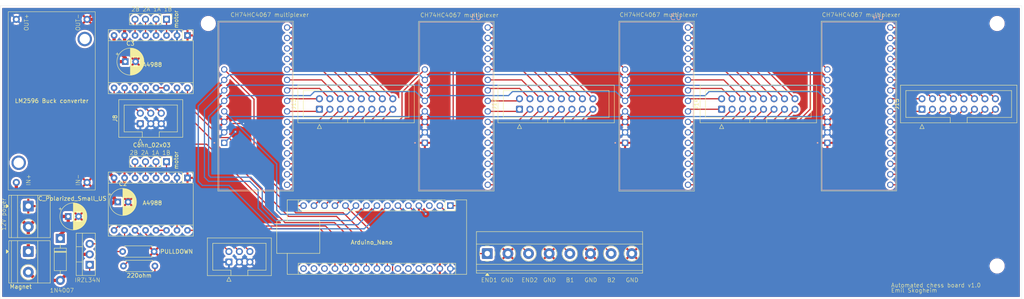
<source format=kicad_pcb>
(kicad_pcb (version 20241229) (generator "pcbnew") (generator_version "9.0")
  (layers (0 "F.Cu" signal) (2 "B.Cu" signal) (13 "F.Paste" user) (15 "B.Paste" user) (5 "F.SilkS" user "F.Silkscreen") (7 "B.SilkS" user "B.Silkscreen") (1 "F.Mask" user) (3 "B.Mask" user) (25 "Edge.Cuts" user))
  (net 0 "")
  (net 1 "GND")
  (net 3 "S1")
  (net 4 "S2")
  (net 6 "EN2")
  (net 7 "COM3")
  (net 8 "BUTTON2")
  (net 10 "ENDSTOP2")
  (net 11 "BUTTON1")
  (net 12 "EN1")
  (net 13 "STEP1")
  (net 14 "S0")
  (net 15 "COM2")
  (net 16 "COM1")
  (net 17 "STEP2")
  (net 19 "COM4")
  (net 22 "mag")
  (net 23 "DIR1")
  (net 24 "+5V")
  (net 25 "S3")
  (net 27 "DIR2")
  (net 28 "ENDSTOP1")
  (net 29 "Net-(A2-MS1)")
  (net 30 "Net-(A2-MS2)")
  (net 31 "Net-(A2-2B)")
  (net 32 "Net-(A2-1A)")
  (net 33 "Net-(A2-MS3)")
  (net 34 "Net-(A2-~{RESET})")
  (net 35 "+12V")
  (net 36 "Net-(A2-2A)")
  (net 37 "Net-(A2-1B)")
  (net 38 "Net-(A3-1B)")
  (net 39 "Net-(A3-~{RESET})")
  (net 40 "Net-(A3-MS1)")
  (net 41 "Net-(A3-2B)")
  (net 42 "Net-(A3-MS2)")
  (net 43 "Net-(A3-2A)")
  (net 44 "Net-(A3-1A)")
  (net 45 "Net-(A3-MS3)")
  (net 46 "Net-(J12-6)")
  (net 47 "Net-(J13-Pin_11)")
  (net 48 "Net-(J13-Pin_1)")
  (net 49 "Net-(J13-Pin_16)")
  (net 50 "Net-(J13-Pin_7)")
  (net 51 "Net-(J13-Pin_12)")
  (net 52 "Net-(J13-Pin_5)")
  (net 53 "Net-(J13-Pin_14)")
  (net 54 "Net-(J13-Pin_13)")
  (net 55 "Net-(J13-Pin_2)")
  (net 56 "Net-(J13-Pin_6)")
  (net 57 "Net-(J13-Pin_9)")
  (net 58 "Net-(J13-Pin_15)")
  (net 59 "Net-(J13-Pin_3)")
  (net 60 "Net-(J13-6)")
  (net 61 "Net-(J13-Pin_8)")
  (net 62 "Net-(J13-Pin_4)")
  (net 63 "Net-(J14-Pin_4)")
  (net 64 "Net-(J14-Pin_7)")
  (net 65 "Net-(J14-6)")
  (net 66 "Net-(J14-Pin_16)")
  (net 67 "Net-(J14-Pin_3)")
  (net 68 "Net-(J14-Pin_6)")
  (net 69 "Net-(J14-Pin_2)")
  (net 70 "Net-(J14-Pin_13)")
  (net 71 "Net-(J14-Pin_14)")
  (net 72 "Net-(J14-Pin_1)")
  (net 73 "Net-(J14-Pin_9)")
  (net 74 "Net-(J14-Pin_11)")
  (net 75 "Net-(J14-Pin_5)")
  (net 76 "Net-(J14-Pin_15)")
  (net 77 "Net-(J14-Pin_12)")
  (net 78 "Net-(J14-Pin_8)")
  (net 79 "Net-(J15-Pin_4)")
  (net 80 "Net-(J15-Pin_14)")
  (net 81 "Net-(J15-Pin_3)")
  (net 82 "Net-(J15-Pin_6)")
  (net 83 "Net-(J15-Pin_9)")
  (net 84 "Net-(J15-Pin_5)")
  (net 85 "Net-(J15-Pin_7)")
  (net 86 "Net-(J15-Pin_8)")
  (net 87 "Net-(J15-Pin_1)")
  (net 88 "Net-(J15-6)")
  (net 89 "Net-(J15-Pin_16)")
  (net 90 "Net-(J15-Pin_2)")
  (net 91 "Net-(Q1-G)")
  (net 92 "Net-(Q1-S)")
  (net 93 "Net-(J15-Pin_13)")
  (net 94 "Net-(J15-Pin_11)")
  (net 95 "Net-(J15-Pin_12)")
  (net 96 "Net-(J12-Pin_6)")
  (net 97 "Net-(J12-Pin_16)")
  (net 98 "Net-(J12-Pin_12)")
  (net 99 "Net-(J12-Pin_2)")
  (net 100 "Net-(J12-Pin_14)")
  (net 101 "Net-(J12-Pin_15)")
  (net 102 "Net-(J12-Pin_8)")
  (net 103 "Net-(J15-Pin_15)")
  (net 104 "Net-(J12-Pin_4)")
  (net 105 "Net-(J12-Pin_1)")
  (net 106 "Net-(J12-Pin_13)")
  (net 107 "Net-(J12-Pin_3)")
  (net 108 "Net-(J12-Pin_11)")
  (net 109 "Net-(J12-Pin_5)")
  (net 110 "Net-(J12-Pin_7)")
  (net 111 "Net-(J12-Pin_9)")
  (net 113 "Net-(D1-A)")
  (footprint "Capacitor_THT:CP_Radial_D6.3mm_P2.50mm" (layer "F.Cu") (at 59.5 100.5)
    (property "Reference" "C2")
    (property "Value" "C_Polarized_Small_US")
  )
  (footprint "Package_TO_SOT_THT:TO-220-3_Vertical" (layer "F.Cu") (at 52.695 115.72 90)
    (property "Reference" "Q1" (hide yes))
    (property "Value" "IRLZ34N")
  )
  (footprint "MountingHole:MountingHole_3.2mm_M3" (layer "F.Cu") (at 272.5 57.27)
    (property "Reference" "H3")
    (property "Value" "MountingHole")
  )
  (footprint "Resistor_THT:R_Axial_DIN0207_L6.3mm_D2.5mm_P7.62mm_Horizontal" (layer "F.Cu") (at 60.88 116)
    (property "Reference" "R1" (hide yes))
    (property "Value" "220" (hide yes))
  )
  (footprint "TerminalBlock_Phoenix:TerminalBlock_Phoenix_MKDS-1,5-8_1x08_P5.00mm_Horizontal" (layer "F.Cu") (at 149 113)
    (property "Reference" "J11" (hide yes))
    (property "Value" "Screw_01x08")
  )
  (footprint "Diode_THT:D_DO-41_SOD81_P10.16mm_Horizontal" (layer "F.Cu") (at 45.58 109.33 -90)
    (property "Reference" "D1" (hide yes))
    (property "Value" "1N4007" (hide yes))
  )
  (footprint "Capacitor_THT:CP_Radial_D6.3mm_P2.50mm" (layer "F.Cu") (at 47.5 104)
    (property "Reference" "C1" (hide yes))
    (property "Value" "C_Polarized_Small_US")
  )
  (footprint "Connector_IDC:IDC-Header_2x08_P2.54mm_Vertical" (layer "F.Cu") (at 156.8 78.04 90)
    (property "Reference" "J12")
    (property "Value" "Conn_02x08" (hide yes))
  )
  (footprint "MountingHole:MountingHole_3.2mm_M3" (layer "F.Cu") (at 81.43 57.27)
    (property "Reference" "H2")
    (property "Value" "MountingHole")
  )
  (footprint "Module:Pololu_Breakout-16_15.2x20.3mm" (layer "F.Cu") (at 76.39 60.16 -90)
    (property "Reference" "A3" (hide yes))
    (property "Value" "A4988")
  )
  (footprint "MountingHole:MountingHole_3.2mm_M3" (layer "F.Cu") (at 272.5 116)
    (property "Reference" "H1")
    (property "Value" "MountingHole")
  )
  (footprint "Module:Pololu_Breakout-16_15.2x20.3mm" (layer "F.Cu") (at 76.39 94.66 -90)
    (property "Reference" "A4988 ")
    (property "Value" "A4988")
  )
  (footprint "TerminalBlock_Phoenix:TerminalBlock_Phoenix_MKDS-1,5-2_1x02_P5.00mm_Horizontal" (layer "F.Cu") (at 37.8275 112.5 -90)
    (property "Reference" "J1" (hide yes))
    (property "Value" "screw_terminal_electromagnet" (hide yes))
  )
  (footprint "Library_custom_modules:LM2596" (layer "F.Cu") (at 32.96 97.604 90)
    (property "Reference" "BUCK1" (hide yes))
    (property "Value" "~")
  )
  (footprint "Capacitor_THT:CP_Radial_D6.3mm_P2.50mm" (layer "F.Cu") (at 61.317621 66.5)
    (property "Reference" "C3")
    (property "Value" "C_Polarized_Small_US")
  )
  (footprint "Connector_PinHeader_2.54mm:PinHeader_1x04_P2.54mm_Vertical" (layer "F.Cu") (at 71.3 56.25 -90)
    (property "Reference" "motor")
    (property "Value" "Conn_01x04")
  )
  (footprint "Resistor_THT:R_Axial_DIN0207_L6.3mm_D2.5mm_P7.62mm_Horizontal" (layer "F.Cu") (at 68.31 112.5 180)
    (property "Reference" "PULLDOWN")
    (property "Value" "10K" (hide yes))
  )
  (footprint "Connector_IDC:IDC-Header_2x03_P2.54mm_Vertical" (layer "F.Cu") (at 64.955 81.54 90)
    (property "Reference" "J8")
    (property "Value" "Conn_02x03")
  )
  (footprint "Connector_IDC:IDC-Header_2x08_P2.54mm_Vertical" (layer "F.Cu") (at 254.3 78.04 90)
    (property "Reference" "J15")
    (property "Value" "Conn_02x08")
  )
  (footprint "Connector_IDC:IDC-Header_2x08_P2.54mm_Vertical" (layer "F.Cu") (at 108.34 78.04 90)
    (property "Reference" "J13")
    (property "Value" "Conn_02x08" (hide yes))
  )
  (footprint "Connector_PinHeader_2.54mm:PinHeader_1x04_P2.54mm_Vertical" (layer "F.Cu") (at 71.3 90.75 -90)
    (property "Reference" "motor")
    (property "Value" "Conn01x04")
  )
  (footprint "Module:Arduino_Nano" (layer "F.Cu") (at 140.05 101.39 -90)
    (property "Reference" "A1" (hide yes))
    (property "Value" "Arduino_Nano")
  )
  (footprint "Connector_IDC:IDC-Header_2x08_P2.54mm_Vertical" (layer "F.Cu") (at 205.76 78.04 90)
    (property "Reference" "J14")
    (property "Value" "Conn_02x08")
  )
  (footprint "TerminalBlock_Phoenix:TerminalBlock_Phoenix_MKDS-1,5-2_1x02_P5.00mm_Horizontal" (layer "F.Cu") (at 37.8275 101.5 -90)
    (property "Reference" "J2")
    (property "Value" "screw_terminal_12volt_in" (hide yes))
  )
  (footprint "Connector_IDC:IDC-Header_2x03_P2.54mm_Vertical" (layer "F.Cu") (at 86.42 115.04 90)
    (property "Reference" "J7" (hide yes))
    (property "Value" "Conn_02x03")
  )
  (footprint "Library_custom_modules:multiplexer_module" (layer "B.Cu") (at 141.5 77.2875 180)
    (property "Reference" "U1")
    (property "Value" "CD74HC4067M")
  )
  (footprint "Library_custom_modules:multiplexer_module" (layer "B.Cu") (at 190 77.2875 180)
    (property "Reference" "U3")
    (property "Value" "CD74HC4067M")
  )
  (footprint "Library_custom_modules:multiplexer_module" (layer "B.Cu") (at 239 77.2875 180)
    (property "Reference" "U4")
    (property "Value" "CD74HC4067M")
  )
  (footprint "Library_custom_modules:multiplexer_module" (layer "B.Cu") (at 92.89875 77.2875 180)
    (property "Reference" "multiplexer" (hide yes))
    (property "Value" "CD74HC4067M" (hide yes))
  )
  (gr_rect (start 229.88 56.71) (end 248.15 97.84) (stroke (width 0.1)) (fill no) (layer "F.SilkS"))
  (gr_rect (start 180.88 56.71) (end 199.18 97.88) (stroke (width 0.1)) (fill no) (layer "F.SilkS"))
  (gr_rect (start 83.75 56.7) (end 102.05 97.86) (stroke (width 0.1)) (fill no) (layer "F.SilkS"))
  (gr_rect (start 132.35 56.76) (end 150.66 97.86) (stroke (width 0.1)) (fill no) (layer "F.SilkS"))
  (gr_rect (start 31 53) (end 278.5 124) (stroke (width 0.05)) (fill no) (layer "Edge.Cuts"))
  (gr_text "END1" (at 147.44 120 0) (layer "F.SilkS") (effects (font (size 1 1) (thickness 0.1)) (justify left bottom)))
  (gr_text "GND\n" (at 162.5 120 0) (layer "F.SilkS") (effects (font (size 1 1) (thickness 0.1)) (justify left bottom)))
  (gr_text "CH74HC4067 multiplexer " (at 132.71 55.83 0) (layer "F.SilkS") (effects (font (size 1 1) (thickness 0.1)) (justify left bottom)))
  (gr_text "IRZL34N\n" (at 49 120 0) (layer "F.SilkS") (effects (font (size 1 1) (thickness 0.1)) (justify left bottom)))
  (gr_text "CH74HC4067 multiplexer " (at 86.75 55.75 0) (layer "F.SilkS") (effects (font (size 1 1) (thickness 0.1)) (justify left bottom)))
  (gr_text "GND\n" (at 182.5 120 0) (layer "F.SilkS") (effects (font (size 1 1) (thickness 0.1)) (justify left bottom)))
  (gr_text "GND\n" (at 152.25 120 0) (layer "F.SilkS") (effects (font (size 1 1) (thickness 0.1)) (justify left bottom)))
  (gr_text "GND\n" (at 172.5 120 0) (layer "F.SilkS") (effects (font (size 1 1) (thickness 0.1)) (justify left bottom)))
  (gr_text "2B 2A 1A 1B\n\n" (at 62.35 90.75 0) (layer "F.SilkS") (effects (font (size 1 1) (thickness 0.1)) (justify left bottom)))
  (gr_text "CH74HC4067 multiplexer " (at 181 55.75 0) (layer "F.SilkS") (effects (font (size 1 1) (thickness 0.1)) (justify left bottom)))
  (gr_text "12V power\n" (at 32.46 107.49 90) (layer "F.SilkS") (effects (font (size 1 1) (thickness 0.1)) (justify left bottom)))
  (gr_text "Automated chess board v1.0\n" (at 246.75 121.25 0) (layer "F.SilkS") (effects (font (size 1 1) (thickness 0.1)) (justify left bottom)))
  (gr_text "Emil Skogheim\n" (at 246.75 122.5 0) (layer "F.SilkS") (effects (font (size 1 1) (thickness 0.1)) (justify left bottom)))
  (gr_text "B1\n" (at 168 120 0) (layer "F.SilkS") (effects (font (size 1 1) (thickness 0.1)) (justify left bottom)))
  (gr_text "1N4007\n" (at 43 122.5 0) (layer "F.SilkS") (effects (font (size 1 1) (thickness 0.1)) (justify left bottom)))
  (gr_text "B2" (at 178 120 0) (layer "F.SilkS") (effects (font (size 1 1) (thickness 0.1)) (justify left bottom)))
  (gr_text "CH74HC4067 multiplexer " (at 230 55.75 0) (layer "F.SilkS") (effects (font (size 1 1) (thickness 0.1)) (justify left bottom)))
  (gr_text "2B 2A 1A 1B\n\n" (at 62.75 56 0) (layer "F.SilkS") (effects (font (size 1 1) (thickness 0.1)) (justify left bottom)))
  (gr_text "END2\n" (at 157.25 120 0) (layer "F.SilkS") (effects (font (size 1 1) (thickness 0.1)) (justify left bottom)))
  (segment (start 61.15 57.15) (end 60.2655 56.2655) (width 0.8) (layer "F.Cu") (net 1))
  (segment (start 61.15 97.15) (end 62 98) (width 0.8) (layer "F.Cu") (net 1))
  (segment (start 61.15 60.16) (end 61.15 62.35) (width 0.8) (layer "F.Cu") (net 1))
  (segment (start 63.817621 65.017621) (end 63.817621 66.5) (width 0.8) (layer "F.Cu") (net 1))
  (segment (start 61.15 60.16) (end 61.15 57.15) (width 0.8) (layer "F.Cu") (net 1))
  (segment (start 60.2655 56.2655) (end 52.0735 56.2655) (width 0.8) (layer "F.Cu") (net 1))
  (segment (start 61.15 94.66) (end 61.15 97.15) (width 0.8) (layer "F.Cu") (net 1))
  (segment (start 62 100.5) (end 62 98) (width 0.8) (layer "F.Cu") (net 1))
  (segment (start 61.15 62.35) (end 63.817621 65.017621) (width 0.8) (layer "F.Cu") (net 1))
  (via (at 88 83.5) (size 0.7) (drill 0.3) (layers "F.Cu" "B.Cu") (net 1))
  (via (at 134.1 103.4) (size 0.7) (drill 0.3) (layers "F.Cu" "B.Cu") (net 1))
  (segment (start 134.1 103.35) (end 132.630025 101.880025) (width 0.3) (layer "B.Cu") (net 1))
  (segment (start 85.27875 86.1775) (end 85.3225 86.1775) (width 0.3) (layer "B.Cu") (net 1))
  (segment (start 132.630025 101.880025) (end 132.630025 101.590025) (width 0.3) (layer "B.Cu") (net 1))
  (segment (start 134.1 103.4) (end 134.1 103.35) (width 0.3) (layer "B.Cu") (net 1))
  (segment (start 132.630025 101.590025) (end 132.43 101.39) (width 0.3) (layer "B.Cu") (net 1))
  (segment (start 85.3225 86.1775) (end 88 83.5) (width 0.3) (layer "B.Cu") (net 1))
  (segment (start 93.5 97.5) (end 91.5 95.5) (width 0.3) (layer "B.Cu") (net 3))
  (segment (start 80.5 78.25625) (end 85.27875 73.4775) (width 0.3) (layer "B.Cu") (net 3))
  (segment (start 117.66 106) (end 97.5 106) (width 0.3) (layer "B.Cu") (net 3))
  (segment (start 230.1525 72.25) (end 231.38 73.4775) (width 0.3) (layer "B.Cu") (net 3))
  (segment (start 122.27 101.39) (end 117.66 106) (width 0.3) (layer "B.Cu") (net 3))
  (segment (start 93.5 102) (end 93.5 97.5) (width 0.3) (layer "B.Cu") (net 3))
  (segment (start 133.88 73.4775) (end 132.6125 72.21) (width 0.3) (layer "B.Cu") (net 3))
  (segment (start 97.5 106) (end 93.5 102) (width 0.3) (layer "B.Cu") (net 3))
  (segment (start 86.54625 72.21) (end 85.27875 73.4775) (width 0.3) (layer "B.Cu") (net 3))
  (segment (start 91.5 95.5) (end 81.5 95.5) (width 0.3) (layer "B.Cu") (net 3))
  (segment (start 135.1075 72.25) (end 181.1525 72.25) (width 0.3) (layer "B.Cu") (net 3))
  (segment (start 132.6125 72.21) (end 86.54625 72.21) (width 0.3) (layer "B.Cu") (net 3))
  (segment (start 133.88 73.4775) (end 135.1075 72.25) (width 0.3) (layer "B.Cu") (net 3))
  (segment (start 80.5 94.5) (end 80.5 78.25625) (width 0.3) (layer "B.Cu") (net 3))
  (segment (start 81.5 95.5) (end 80.5 94.5) (width 0.3) (layer "B.Cu") (net 3))
  (segment (start 182.38 73.4775) (end 183.6075 72.25) (width 0.3) (layer "B.Cu") (net 3))
  (segment (start 181.1525 72.25) (end 182.38 73.4775) (width 0.3) (layer "B.Cu") (net 3))
  (segment (start 183.6075 72.25) (end 230.1525 72.25) (width 0.3) (layer "B.Cu") (net 3))
  (segment (start 183.6475 74.75) (end 201.75 74.75) (width 0.3) (layer "B.Cu") (net 4))
  (segment (start 201.75 74.75) (end 202.75 73.75) (width 0.3) (layer "B.Cu") (net 4))
  (segment (start 106.1715 74.73) (end 107.1515 73.75) (width 0.3) (layer "B.Cu") (net 4))
  (segment (start 107.1515 73.75) (end 131.6125 73.75) (width 0.3) (layer "B.Cu") (net 4))
  (segment (start 155.125 73.75) (end 180.1125 73.75) (width 0.3) (layer "B.Cu") (net 4))
  (segment (start 91.75 94.5) (end 82 94.5) (width 0.3) (layer "B.Cu") (net 4))
  (segment (start 81.5 94) (end 81.5 79.79625) (width 0.3) (layer "B.Cu") (net 4))
  (segment (start 180.1125 73.75) (end 182.38 76.0175) (width 0.3) (layer "B.Cu") (net 4))
  (segment (start 202.75 73.75) (end 229.1125 73.75) (width 0.3) (layer "B.Cu") (net 4))
  (segment (start 131.6125 73.75) (end 133.88 76.0175) (width 0.3) (layer "B.Cu") (net 4))
  (segment (start 133.88 76.0175) (end 135.1685 74.729) (width 0.3) (layer "B.Cu") (net 4))
  (segment (start 119.73 101.39) (end 116.12 105) (width 0.3) (layer "B.Cu") (net 4))
  (segment (start 182.38 76.0175) (end 183.6475 74.75) (width 0.3) (layer "B.Cu") (net 4))
  (segment (start 86.56625 74.73) (end 106.1715 74.73) (width 0.3) (layer "B.Cu") (net 4))
  (segment (start 135.1685 74.729) (end 154.146 74.729) (width 0.3) (layer "B.Cu") (net 4))
  (segment (start 116.12 105) (end 97.75 105) (width 0.3) (layer "B.Cu") (net 4))
  (segment (start 81.5 79.79625) (end 85.27875 76.0175) (width 0.3) (layer "B.Cu") (net 4))
  (segment (start 82 94.5) (end 81.5 94) (width 0.3) (layer "B.Cu") (net 4))
  (segment (start 94.5 101.75) (end 94.5 97.25) (width 0.3) (layer "B.Cu") (net 4))
  (segment (start 229.1125 73.75) (end 231.38 76.0175) (width 0.3) (layer "B.Cu") (net 4))
  (segment (start 97.75 105) (end 94.5 101.75) (width 0.3) (layer "B.Cu") (net 4))
  (segment (start 154.146 74.729) (end 155.125 73.75) (width 0.3) (layer "B.Cu") (net 4))
  (segment (start 85.27875 76.0175) (end 86.56625 74.73) (width 0.3) (layer "B.Cu") (net 4))
  (segment (start 94.5 97.25) (end 91.75 94.5) (width 0.3) (layer "B.Cu") (net 4))
  (segment (start 109.82 106.32) (end 94.32 106.32) (width 0.3) (layer "F.Cu") (net 6))
  (segment (start 117.19 113.69) (end 109.82 106.32) (width 0.3) (layer "F.Cu") (net 6))
  (segment (start 94.32 106.32) (end 92.499 104.499) (width 0.3) (layer "F.Cu") (net 6))
  (segment (start 61.471 104.499) (end 58.61 107.36) (width 0.3) (layer "F.Cu") (net 6))
  (segment (start 117.19 116.63) (end 117.19 113.69) (width 0.3) (layer "F.Cu") (net 6))
  (segment (start 92.499 104.499) (end 61.471 104.499) (width 0.3) (layer "F.Cu") (net 6))
  (segment (start 182.38 68.3975) (end 170.4825 56.5) (width 0.3) (layer "F.Cu") (net 7))
  (segment (start 136 89.25) (end 121.71 89.25) (width 0.3) (layer "F.Cu") (net 7))
  (segment (start 140.75 60.75) (end 140.75 84.5) (width 0.3) (layer "F.Cu") (net 7))
  (segment (start 145 56.5) (end 140.75 60.75) (width 0.3) (layer "F.Cu") (net 7))
  (segment (start 140.75 84.5) (end 136 89.25) (width 0.3) (layer "F.Cu") (net 7))
  (segment (start 121.71 89.25) (end 109.57 101.39) (width 0.3) (layer "F.Cu") (net 7))
  (segment (start 170.4825 56.5) (end 145 56.5) (width 0.3) (layer "F.Cu") (net 7))
  (segment (start 167.39 101.39) (end 179 113) (width 0.3) (layer "F.Cu") (net 8))
  (segment (start 140.05 101.39) (end 167.39 101.39) (width 0.3) (layer "F.Cu") (net 8))
  (segment (start 129.89 101.39) (end 139.29 110.79) (width 0.3) (layer "F.Cu") (net 10))
  (segment (start 139.29 110.79) (end 156.79 110.79) (width 0.3) (layer "F.Cu") (net 10))
  (segment (start 156.79 110.79) (end 159 113) (width 0.3) (layer "F.Cu") (net 10))
  (segment (start 137.51 101.39) (end 140.12 104) (width 0.3) (layer "F.Cu") (net 11))
  (segment (start 160 104) (end 169 113) (width 0.3) (layer "F.Cu") (net 11))
  (segment (start 140.12 104) (end 160 104) (width 0.3) (layer "F.Cu") (net 11))
  (segment (start 61.5 86.5) (end 81 86.5) (width 0.3) (layer "F.Cu") (net 12))
  (segment (start 112 105.5) (end 119.73 113.23) (width 0.3) (layer "F.Cu") (net 12))
  (segment (start 81 86.5) (end 100 105.5) (width 0.3) (layer "F.Cu") (net 12))
  (segment (start 119.73 113.23) (end 119.73 116.63) (width 0.3) (layer "F.Cu") (net 12))
  (segment (start 58.61 72.86) (end 58.61 83.61) (width 0.3) (layer "F.Cu") (net 12))
  (segment (start 58.61 83.61) (end 61.5 86.5) (width 0.3) (layer "F.Cu") (net 12))
  (segment (start 100 105.5) (end 112 105.5) (width 0.3) (layer "F.Cu") (net 12))
  (segment (start 112.5 104) (end 122.27 113.77) (width 0.3) (layer "F.Cu") (net 13))
  (segment (start 73.85 76.98075) (end 100.86925 104) (width 0.3) (layer "F.Cu") (net 13))
  (segment (start 100.86925 104) (end 112.5 104) (width 0.3) (layer "F.Cu") (net 13))
  (segment (start 73.85 72.86) (end 73.85 76.98075) (width 0.3) (layer "F.Cu") (net 13))
  (segment (start 122.27 113.77) (end 122.27 116.63) (width 0.3) (layer "F.Cu") (net 13))
  (segment (start 124.81 101.39) (end 119.2 107) (width 0.3) (layer "B.Cu") (net 14))
  (segment (start 133.88 70.9375) (end 135.1775 69.64) (width 0.3) (layer "B.Cu") (net 14))
  (segment (start 132.6025 69.66) (end 133.88 70.9375) (width 0.3) (layer "B.Cu") (net 14))
  (segment (start 97 107) (end 86.5 96.5) (width 0.3) (layer "B.Cu") (net 14))
  (segment (start 181.0825 69.64) (end 182.38 70.9375) (width 0.3) (layer "B.Cu") (net 14))
  (segment (start 182.38 70.9375) (end 183.6575 69.66) (width 0.3) (layer "B.Cu") (net 14))
  (segment (start 230.1025 69.66) (end 231.38 70.9375) (width 0.3) (layer "B.Cu") (net 14))
  (segment (start 183.6575 69.66) (end 230.1025 69.66) (width 0.3) (layer "B.Cu") (net 14))
  (segment (start 119.2 107) (end 97 107) (width 0.3) (layer "B.Cu") (net 14))
  (segment (start 79 77.21625) (end 85.27875 70.9375) (width 0.3) (layer "B.Cu") (net 14))
  (segment (start 85.27875 70.9375) (end 86.55625 69.66) (width 0.3) (layer "B.Cu") (net 14))
  (segment (start 135.1775 69.64) (end 181.0825 69.64) (width 0.3) (layer "B.Cu") (net 14))
  (segment (start 80 96.5) (end 79 95.5) (width 0.3) (layer "B.Cu") (net 14))
  (segment (start 86.55625 69.66) (end 132.6025 69.66) (width 0.3) (layer "B.Cu") (net 14))
  (segment (start 86.5 96.5) (end 80 96.5) (width 0.3) (layer "B.Cu") (net 14))
  (segment (start 79 95.5) (end 79 77.21625) (width 0.3) (layer "B.Cu") (net 14))
  (segment (start 85.27875 68.3975) (end 92.5 75.61875) (width 0.3) (layer "F.Cu") (net 15))
  (segment (start 92.5 75.61875) (end 92.5 91.25) (width 0.3) (layer "F.Cu") (net 15))
  (segment (start 92.5 91.25) (end 102.64 101.39) (width 0.3) (layer "F.Cu") (net 15))
  (segment (start 102.64 101.39) (end 104.49 101.39) (width 0.3) (layer "F.Cu") (net 15))
  (segment (start 128.35 80.07) (end 107.03 101.39) (width 0.3) (layer "F.Cu") (net 16))
  (segment (start 133.88 68.3975) (end 128.35 73.9275) (width 0.3) (layer "F.Cu") (net 16))
  (segment (start 128.35 73.9275) (end 128.35 80.07) (width 0.3) (layer "F.Cu") (net 16))
  (segment (start 73.85 105.9) (end 73.85 107.36) (width 0.3) (layer "F.Cu") (net 17))
  (segment (start 114.65 113.15) (end 108.5 107) (width 0.3) (layer "F.Cu") (net 17))
  (segment (start 108.5 107) (end 80 107) (width 0.3) (layer "F.Cu") (net 17))
  (segment (start 80 107) (end 78.25 105.25) (width 0.3) (layer "F.Cu") (net 17))
  (segment (start 78.25 105.25) (end 74.5 105.25) (width 0.3) (layer "F.Cu") (net 17))
  (segment (start 74.5 105.25) (end 73.85 105.9) (width 0.3) (layer "F.Cu") (net 17))
  (segment (start 114.65 116.63) (end 114.65 113.15) (width 0.3) (layer "F.Cu") (net 17))
  (segment (start 227.25 78) (end 227.25 68.5) (width 0.3) (layer "F.Cu") (net 19))
  (segment (start 112.11 101.39) (end 114 99.5) (width 0.3) (layer "F.Cu") (net 19))
  (segment (start 227.25 68.5) (end 228.5 67.25) (width 0.3) (layer "F.Cu") (net 19))
  (segment (start 114 99.5) (end 205.75 99.5) (width 0.3) (layer "F.Cu") (net 19))
  (segment (start 205.75 99.5) (end 227.25 78) (width 0.3) (layer "F.Cu") (net 19))
  (segment (start 230.2325 67.25) (end 231.38 68.3975) (width 0.3) (layer "F.Cu") (net 19))
  (segment (start 228.5 67.25) (end 230.2325 67.25) (width 0.3) (layer "F.Cu") (net 19))
  (segment (start 126.061 112.801) (end 126.061 117.849) (width 0.3) (layer "F.Cu") (net 22))
  (segment (start 126.061 117.849) (end 125.4 118.51) (width 0.3) (layer "F.Cu") (net 22))
  (segment (start 73.86 114.36) (end 62.52 114.36) (width 0.3) (layer "F.Cu") (net 22))
  (segment (start 125.39 118.5) (end 78 118.5) (width 0.3) (layer "F.Cu") (net 22))
  (segment (start 62.52 114.36) (end 60.88 116) (width 0.3) (layer "F.Cu") (net 22))
  (segment (start 125.4 118.51) (end 125.39 118.5) (width 0.3) (layer "F.Cu") (net 22))
  (segment (start 78 118.5) (end 73.86 114.36) (width 0.3) (layer "F.Cu") (net 22))
  (segment (start 114.65 101.39) (end 126.061 112.801) (width 0.3) (layer "F.Cu") (net 22))
  (segment (start 76.39 76.89) (end 84.4 84.9) (width 0.3) (layer "F.Cu") (net 23))
  (segment (start 86.37 84.9) (end 86.93 85.46) (width 0.3) (layer "F.Cu") (net 23))
  (segment (start 124.81 113.81) (end 124.81 116.63) (width 0.3) (layer "F.Cu") (net 23))
  (segment (start 102.6 103.1) (end 114.1 103.1) (width 0.3) (layer "F.Cu") (net 23))
  (segment (start 86.93 85.46) (end 86.93 87.43) (width 0.3) (layer "F.Cu") (net 23))
  (segment (start 86.93 87.43) (end 102.6 103.1) (width 0.3) (layer "F.Cu") (net 23))
  (segment (start 76.39 72.86) (end 76.39 76.89) (width 0.3) (layer "F.Cu") (net 23))
  (segment (start 84.4 84.9) (end 86.37 84.9) (width 0.3) (layer "F.Cu") (net 23))
  (segment (start 114.1 103.1) (end 124.81 113.81) (width 0.3) (layer "F.Cu") (net 23))
  (segment (start 89.98 81.5) (end 87.41625 81.5) (width 0.3) (layer "F.Cu") (net 24))
  (segment (start 87.41625 81.5) (end 85.27875 83.6375) (width 0.3) (layer "F.Cu") (net 24))
  (via (at 89.98 81.5) (size 0.7) (drill 0.3) (layers "F.Cu" "B.Cu") (net 24))
  (segment (start 181.0975 79.84) (end 182.38 78.5575) (width 0.3) (layer "B.Cu") (net 25))
  (segment (start 230.1275 79.81) (end 231.38 78.5575) (width 0.3) (layer "B.Cu") (net 25))
  (segment (start 98 91.27875) (end 85.27875 78.5575) (width 0.3) (layer "B.Cu") (net 25))
  (segment (start 132.6275 79.81) (end 133.88 78.5575) (width 0.3) (layer "B.Cu") (net 25))
  (segment (start 85.27875 78.5575) (end 86.53125 79.81) (width 0.3) (layer "B.Cu") (net 25))
  (segment (start 99 103.5) (end 98 102.5) (width 0.3) (layer "B.Cu") (net 25))
  (segment (start 115.08 103.5) (end 117.19 101.39) (width 0.3) (layer "B.Cu") (net 25))
  (segment (start 98 102.5) (end 98 91.27875) (width 0.3) (layer "B.Cu") (net 25))
  (segment (start 133.88 78.5575) (end 135.1625 79.84) (width 0.3) (layer "B.Cu") (net 25))
  (segment (start 183.6325 79.81) (end 230.1275 79.81) (width 0.3) (layer "B.Cu") (net 25))
  (segment (start 86.53125 79.81) (end 132.6275 79.81) (width 0.3) (layer "B.Cu") (net 25))
  (segment (start 182.38 78.5575) (end 183.6325 79.81) (width 0.3) (layer "B.Cu") (net 25))
  (segment (start 115.08 103.5) (end 99 103.5) (width 0.3) (layer "B.Cu") (net 25))
  (segment (start 135.1625 79.84) (end 181.0975 79.84) (width 0.3) (layer "B.Cu") (net 25))
  (segment (start 79.5 108) (end 78.86 107.36) (width 0.3) (layer "F.Cu") (net 27))
  (segment (start 112.11 116.63) (end 112.11 113.61) (width 0.3) (layer "F.Cu") (net 27))
  (segment (start 106.5 108) (end 79.5 108) (width 0.3) (layer "F.Cu") (net 27))
  (segment (start 78.86 107.36) (end 76.39 107.36) (width 0.3) (layer "F.Cu") (net 27))
  (segment (start 112.11 113.61) (end 106.5 108) (width 0.3) (layer "F.Cu") (net 27))
  (segment (start 149 113) (end 138.96 113) (width 0.3) (layer "F.Cu") (net 28))
  (segment (start 138.96 113) (end 127.35 101.39) (width 0.3) (layer "F.Cu") (net 28))
  (segment (start 63 110.5) (end 61.15 108.65) (width 0.3) (layer "F.Cu") (net 29))
  (segment (start 61.15 108.65) (end 61.15 107.36) (width 0.3) (layer "F.Cu") (net 29))
  (segment (start 86.42 112.5) (end 84.42 110.5) (width 0.3) (layer "F.Cu") (net 29))
  (segment (start 84.42 110.5) (end 63 110.5) (width 0.3) (layer "F.Cu") (net 29))
  (segment (start 86.21 109.75) (end 66.08 109.75) (width 0.3) (layer "F.Cu") (net 30))
  (segment (start 88.96 112.5) (end 86.21 109.75) (width 0.3) (layer "F.Cu") (net 30))
  (segment (start 66.08 109.75) (end 63.69 107.36) (width 0.3) (layer "F.Cu") (net 30))
  (segment (start 63.68 90.5) (end 63.68 94.65) (width 0.3) (layer "F.Cu") (net 31))
  (segment (start 63.68 94.65) (end 63.69 94.66) (width 0.3) (layer "F.Cu") (net 31))
  (segment (start 68.76 94.65) (end 68.77 94.66) (width 0.3) (layer "F.Cu") (net 32))
  (segment (start 68.76 90.5) (end 68.76 94.65) (width 0.3) (layer "F.Cu") (net 32))
  (segment (start 66.23 108.23) (end 67 109) (width 0.3) (layer "F.Cu") (net 33))
  (segment (start 66.23 107.36) (end 66.23 108.23) (width 0.3) (layer "F.Cu") (net 33))
  (segment (start 88 109) (end 67 109) (width 0.3) (layer "F.Cu") (net 33))
  (segment (start 91.5 112.5) (end 88 109) (width 0.3) (layer "F.Cu") (net 33))
  (segment (start 71.31 107.36) (end 68.77 107.36) (width 0.3) (layer "F.Cu") (net 34))
  (segment (start 58.61 60.16) (end 58.61 62.89) (width 0.8) (layer "F.Cu") (net 35))
  (segment (start 45.58 109.33) (end 45.58 108.42) (width 0.8) (layer "F.Cu") (net 35))
  (segment (start 61.317621 66.5) (end 61.317621 65.597621) (width 0.8) (layer "F.Cu") (net 35))
  (segment (start 34.9285 103.601) (end 34.9285 95.7625) (width 0.8) (layer "F.Cu") (net 35))
  (segment (start 58.61 94.66) (end 58.61 99.61) (width 0.8) (layer "F.Cu") (net 35))
  (segment (start 37.8275 112.5) (end 37.8275 106.5) (width 0.8) (layer "F.Cu") (net 35))
  (segment (start 37.8275 106.5) (end 40.3275 104) (width 0.8) (layer "F.Cu") (net 35))
  (segment (start 58.5 100.5) (end 59.5 100.5) (width 0.8) (layer "F.Cu") (net 35))
  (segment (start 47.5 104) (end 47.5 106.5) (width 0.8) (layer "F.Cu") (net 35))
  (segment (start 40.3275 104) (end 47.5 104) (width 0.8) (layer "F.Cu") (net 35))
  (segment (start 58.61 99.61) (end 59.5 100.5) (width 0.8) (layer "F.Cu") (net 35))
  (segment (start 47.5 106.5) (end 52.5 106.5) (width 0.8) (layer "F.Cu") (net 35))
  (segment (start 37.8275 106.5) (end 34.9285 103.601) (width 0.8) (layer "F.Cu") (net 35))
  (segment (start 56 70) (end 56 92.05) (width 0.8) (layer "F.Cu") (net 35))
  (segment (start 52.5 106.5) (end 58.5 100.5) (width 0.8) (layer "F.Cu") (net 35))
  (segment (start 61.317621 65.597621) (end 58.61 62.89) (width 0.8) (layer "F.Cu") (net 35))
  (segment (start 56 92.05) (end 58.61 94.66) (width 0.8) (layer "F.Cu") (net 35))
  (segment (start 59.5 66.5) (end 56 70) (width 0.8) (layer "F.Cu") (net 35))
  (segment (start 61.317621 66.5) (end 59.5 66.5) (width 0.8) (layer "F.Cu") (net 35))
  (segment (start 45.58 108.42) (end 47.5 106.5) (width 0.8) (layer "F.Cu") (net 35))
  (segment (start 66.22 94.65) (end 66.23 94.66) (width 0.3) (layer "F.Cu") (net 36))
  (segment (start 66.22 90.5) (end 66.22 94.65) (width 0.3) (layer "F.Cu") (net 36))
  (segment (start 71.3 94.65) (end 71.31 94.66) (width 0.3) (layer "F.Cu") (net 37))
  (segment (start 71.3 90.75) (end 71.3 94.65) (width 0.3) (layer "F.Cu") (net 37))
  (segment (start 71.31 60.16) (end 71.31 56.01) (width 0.3) (layer "F.Cu") (net 38))
  (segment (start 71.31 72.86) (end 68.77 72.86) (width 0.3) (layer "F.Cu") (net 39))
  (segment (start 61.15 75.195) (end 64.955 79) (width 0.3) (layer "F.Cu") (net 40))
  (segment (start 61.15 72.86) (end 61.15 75.195) (width 0.3) (layer "F.Cu") (net 40))
  (segment (start 63.69 60.16) (end 63.69 56.01) (width 0.3) (layer "F.Cu") (net 41))
  (segment (start 63.69 72.86) (end 63.69 75.195) (width 0.3) (layer "F.Cu") (net 42))
  (segment (start 63.69 75.195) (end 67.495 79) (width 0.3) (layer "F.Cu") (net 42))
  (segment (start 66.23 60.16) (end 66.23 56.01) (width 0.3) (layer "F.Cu") (net 43))
  (segment (start 68.77 60.16) (end 68.77 56.01) (width 0.3) (layer "F.Cu") (net 44))
  (segment (start 66.23 75.195) (end 70.035 79) (width 0.3) (layer "F.Cu") (net 45))
  (segment (start 66.23 72.86) (end 66.23 75.195) (width 0.3) (layer "F.Cu") (net 45))
  (segment (start 157.3175 65.8575) (end 166.96 75.5) (width 0.3) (layer "F.Cu") (net 46))
  (segment (start 149.12 65.8575) (end 157.3175 65.8575) (width 0.3) (layer "F.Cu") (net 46))
  (segment (start 107.8225 91.2575) (end 121.04 78.04) (width 0.3) (layer "F.Cu") (net 47))
  (segment (start 100.51875 91.2575) (end 107.8225 91.2575) (width 0.3) (layer "F.Cu") (net 47))
  (segment (start 100.51875 78.5575) (end 107.8225 78.5575) (width 0.3) (layer "F.Cu") (net 48))
  (segment (start 107.8225 78.5575) (end 108.34 78.04) (width 0.3) (layer "F.Cu") (net 48))
  (segment (start 100.51875 58.2375) (end 108.8575 58.2375) (width 0.3) (layer "F.Cu") (net 49))
  (segment (start 108.8575 58.2375) (end 126.12 75.5) (width 0.3) (layer "F.Cu") (net 49))
  (segment (start 100.51875 86.1775) (end 107.8225 86.1775) (width 0.3) (layer "F.Cu") (net 50))
  (segment (start 107.8225 86.1775) (end 115.96 78.04) (width 0.3) (layer "F.Cu") (net 50))
  (segment (start 108.8575 63.3175) (end 121.04 75.5) (width 0.3) (layer "F.Cu") (net 51))
  (segment (start 100.51875 63.3175) (end 108.8575 63.3175) (width 0.3) (layer "F.Cu") (net 51))
  (segment (start 100.51875 83.6375) (end 107.8225 83.6375) (width 0.3) (layer "F.Cu") (net 52))
  (segment (start 107.8225 83.6375) (end 113.42 78.04) (width 0.3) (layer "F.Cu") (net 52))
  (segment (start 100.51875 60.7775) (end 108.8575 60.7775) (width 0.3) (layer "F.Cu") (net 53))
  (segment (start 108.8575 60.7775) (end 123.58 75.5) (width 0.3) (layer "F.Cu") (net 53))
  (segment (start 107.8225 93.7975) (end 123.58 78.04) (width 0.3) (layer "F.Cu") (net 54))
  (segment (start 100.51875 93.7975) (end 107.8225 93.7975) (width 0.3) (layer "F.Cu") (net 54))
  (segment (start 108.34 75.5) (end 101.03625 75.5) (width 0.3) (layer "F.Cu") (net 55))
  (segment (start 101.03625 75.5) (end 100.51875 76.0175) (width 0.3) (layer "F.Cu") (net 55))
  (segment (start 113.42 75.5) (end 108.8575 70.9375) (width 0.3) (layer "F.Cu") (net 56))
  (segment (start 108.8575 70.9375) (end 100.51875 70.9375) (width 0.3) (layer "F.Cu") (net 56))
  (segment (start 100.51875 88.7175) (end 107.8225 88.7175) (width 0.3) (layer "F.Cu") (net 57))
  (segment (start 107.8225 88.7175) (end 118.5 78.04) (width 0.3) (layer "F.Cu") (net 57))
  (segment (start 100.51875 96.3375) (end 107.8225 96.3375) (width 0.3) (layer "F.Cu") (net 58))
  (segment (start 107.8225 96.3375) (end 126.12 78.04) (width 0.3) (layer "F.Cu") (net 58))
  (segment (start 100.51875 81.0975) (end 107.8225 81.0975) (width 0.3) (layer "F.Cu") (net 59))
  (segment (start 107.8225 81.0975) (end 110.88 78.04) (width 0.3) (layer "F.Cu") (net 59))
  (segment (start 100.51875 65.8575) (end 108.8575 65.8575) (width 0.3) (layer "F.Cu") (net 60))
  (segment (start 108.8575 65.8575) (end 118.5 75.5) (width 0.3) (layer "F.Cu") (net 60))
  (segment (start 108.8575 68.3975) (end 115.96 75.5) (width 0.3) (layer "F.Cu") (net 61))
  (segment (start 100.51875 68.3975) (end 108.8575 68.3975) (width 0.3) (layer "F.Cu") (net 61))
  (segment (start 110.88 75.5) (end 108.38 73) (width 0.3) (layer "F.Cu") (net 62))
  (segment (start 108.38 73) (end 100.99625 73) (width 0.3) (layer "F.Cu") (net 62))
  (segment (start 100.99625 73) (end 100.51875 73.4775) (width 0.3) (layer "F.Cu") (net 62))
  (segment (start 208.3 75.5) (end 205.8 73) (width 0.3) (layer "F.Cu") (net 63))
  (segment (start 205.8 73) (end 198.0975 73) (width 0.3) (layer "F.Cu") (net 63))
  (segment (start 198.0975 73) (end 197.62 73.4775) (width 0.3) (layer "F.Cu") (net 63))
  (segment (start 213.38 78.04) (end 205.2425 86.1775) (width 0.3) (layer "F.Cu") (net 64))
  (segment (start 205.2425 86.1775) (end 197.62 86.1775) (width 0.3) (layer "F.Cu") (net 64))
  (segment (start 206.2775 65.8575) (end 197.62 65.8575) (width 0.3) (layer "F.Cu") (net 65))
  (segment (start 215.92 75.5) (end 206.2775 65.8575) (width 0.3) (layer "F.Cu") (net 65))
  (segment (start 206.2775 58.2375) (end 197.62 58.2375) (width 0.3) (layer "F.Cu") (net 66))
  (segment (start 223.54 75.5) (end 206.2775 58.2375) (width 0.3) (layer "F.Cu") (net 66))
  (segment (start 205.2425 81.0975) (end 197.62 81.0975) (width 0.3) (layer "F.Cu") (net 67))
  (segment (start 208.3 78.04) (end 205.2425 81.0975) (width 0.3) (layer "F.Cu") (net 67))
  (segment (start 210.84 75.5) (end 206.2775 70.9375) (width 0.3) (layer "F.Cu") (net 68))
  (segment (start 206.2775 70.9375) (end 197.62 70.9375) (width 0.3) (layer "F.Cu") (net 68))
  (segment (start 198.1375 75.5) (end 197.62 76.0175) (width 0.3) (layer "F.Cu") (net 69))
  (segment (start 205.76 75.5) (end 198.1375 75.5) (width 0.3) (layer "F.Cu") (net 69))
  (segment (start 205.2425 93.7975) (end 197.62 93.7975) (width 0.3) (layer "F.Cu") (net 70))
  (segment (start 221 78.04) (end 205.2425 93.7975) (width 0.3) (layer "F.Cu") (net 70))
  (segment (start 221 75.5) (end 206.2775 60.7775) (width 0.3) (layer "F.Cu") (net 71))
  (segment (start 206.2775 60.7775) (end 197.62 60.7775) (width 0.3) (layer "F.Cu") (net 71))
  (segment (start 198.1375 78.04) (end 197.62 78.5575) (width 0.3) (layer "F.Cu") (net 72))
  (segment (start 205.76 78.04) (end 198.1375 78.04) (width 0.3) (layer "F.Cu") (net 72))
  (segment (start 205.2425 88.7175) (end 197.62 88.7175) (width 0.3) (layer "F.Cu") (net 73))
  (segment (start 215.92 78.04) (end 205.2425 88.7175) (width 0.3) (layer "F.Cu") (net 73))
  (segment (start 218.46 78.04) (end 205.2425 91.2575) (width 0.3) (layer "F.Cu") (net 74))
  (segment (start 205.2425 91.2575) (end 197.62 91.2575) (width 0.3) (layer "F.Cu") (net 74))
  (segment (start 205.2425 83.6375) (end 197.62 83.6375) (width 0.3) (layer "F.Cu") (net 75))
  (segment (start 210.84 78.04) (end 205.2425 83.6375) (width 0.3) (layer "F.Cu") (net 75))
  (segment (start 205.2425 96.3375) (end 223.54 78.04) (width 0.3) (layer "F.Cu") (net 76))
  (segment (start 197.62 96.3375) (end 205.2425 96.3375) (width 0.3) (layer "F.Cu") (net 76))
  (segment (start 218.46 75.5) (end 206.2775 63.3175) (width 0.3) (layer "F.Cu") (net 77))
  (segment (start 206.2775 63.3175) (end 197.62 63.3175) (width 0.3) (layer "F.Cu") (net 77))
  (segment (start 213.38 75.5) (end 206.2775 68.3975) (width 0.3) (layer "F.Cu") (net 78))
  (segment (start 206.2775 68.3975) (end 197.62 68.3975) (width 0.3) (layer "F.Cu") (net 78))
  (segment (start 247.0975 73) (end 246.62 73.4775) (width 0.3) (layer "F.Cu") (net 79))
  (segment (start 254.34 73) (end 247.0975 73) (width 0.3) (layer "F.Cu") (net 79))
  (segment (start 256.84 75.5) (end 254.34 73) (width 0.3) (layer "F.Cu") (net 79))
  (segment (start 254.8175 60.7775) (end 246.62 60.7775) (width 0.3) (layer "F.Cu") (net 80))
  (segment (start 269.54 75.5) (end 254.8175 60.7775) (width 0.3) (layer "F.Cu") (net 80))
  (segment (start 253.7825 81.0975) (end 256.84 78.04) (width 0.3) (layer "F.Cu") (net 81))
  (segment (start 246.62 81.0975) (end 253.7825 81.0975) (width 0.3) (layer "F.Cu") (net 81))
  (segment (start 259.38 75.5) (end 254.8175 70.9375) (width 0.3) (layer "F.Cu") (net 82))
  (segment (start 254.8175 70.9375) (end 246.62 70.9375) (width 0.3) (layer "F.Cu") (net 82))
  (segment (start 246.62 88.7175) (end 253.7825 88.7175) (width 0.3) (layer "F.Cu") (net 83))
  (segment (start 253.7825 88.7175) (end 264.46 78.04) (width 0.3) (layer "F.Cu") (net 83))
  (segment (start 246.62 83.6375) (end 253.7825 83.6375) (width 0.3) (layer "F.Cu") (net 84))
  (segment (start 253.7825 83.6375) (end 259.38 78.04) (width 0.3) (layer "F.Cu") (net 84))
  (segment (start 246.62 86.1775) (end 253.7825 86.1775) (width 0.3) (layer "F.Cu") (net 85))
  (segment (start 253.7825 86.1775) (end 261.92 78.04) (width 0.3) (layer "F.Cu") (net 85))
  (segment (start 261.92 75.5) (end 254.8175 68.3975) (width 0.3) (layer "F.Cu") (net 86))
  (segment (start 254.8175 68.3975) (end 246.62 68.3975) (width 0.3) (layer "F.Cu") (net 86))
  (segment (start 246.62 78.5575) (end 253.7825 78.5575) (width 0.3) (layer "F.Cu") (net 87))
  (segment (start 253.7825 78.5575) (end 254.3 78.04) (width 0.3) (layer "F.Cu") (net 87))
  (segment (start 264.46 75.5) (end 254.8175 65.8575) (width 0.3) (layer "F.Cu") (net 88))
  (segment (start 254.8175 65.8575) (end 246.62 65.8575) (width 0.3) (layer "F.Cu") (net 88))
  (segment (start 254.8175 58.2375) (end 272.08 75.5) (width 0.3) (layer "F.Cu") (net 89))
  (segment (start 246.62 58.2375) (end 254.8175 58.2375) (width 0.3) (layer "F.Cu") (net 89))
  (segment (start 254.3 75.5) (end 247.1375 75.5) (width 0.3) (layer "F.Cu") (net 90))
  (segment (start 247.1375 75.5) (end 246.62 76.0175) (width 0.3) (layer "F.Cu") (net 90))
  (segment (start 55.54 121) (end 66.5 121) (width 0.3) (layer "F.Cu") (net 91))
  (segment (start 52.695 118.155) (end 55.54 121) (width 0.3) (layer "F.Cu") (net 91))
  (segment (start 52.695 115.72) (end 52.695 118.155) (width 0.3) (layer "F.Cu") (net 91))
  (segment (start 66.5 121) (end 68.5 119) (width 0.3) (layer "F.Cu") (net 91))
  (segment (start 68.5 119) (end 68.5 116) (width 0.3) (layer "F.Cu") (net 91))
  (segment (start 55.9 110.64) (end 52.695 110.64) (width 0.3) (layer "F.Cu") (net 92))
  (segment (start 57.76 112.5) (end 55.9 110.64) (width 0.3) (layer "F.Cu") (net 92))
  (segment (start 60.69 112.5) (end 57.76 112.5) (width 0.3) (layer "F.Cu") (net 92))
  (segment (start 253.7825 93.7975) (end 269.54 78.04) (width 0.3) (layer "F.Cu") (net 93))
  (segment (start 246.62 93.7975) (end 253.7825 93.7975) (width 0.3) (layer "F.Cu") (net 93))
  (segment (start 246.62 91.2575) (end 253.7825 91.2575) (width 0.3) (layer "F.Cu") (net 94))
  (segment (start 253.7825 91.2575) (end 267 78.04) (width 0.3) (layer "F.Cu") (net 94))
  (segment (start 254.8175 63.3175) (end 246.62 63.3175) (width 0.3) (layer "F.Cu") (net 95))
  (segment (start 267 75.5) (end 254.8175 63.3175) (width 0.3) (layer "F.Cu") (net 95))
  (segment (start 157.3175 70.9375) (end 161.88 75.5) (width 0.3) (layer "F.Cu") (net 96))
  (segment (start 149.12 70.9375) (end 157.3175 70.9375) (width 0.3) (layer "F.Cu") (net 96))
  (segment (start 157.3175 58.2375) (end 174.58 75.5) (width 0.3) (layer "F.Cu") (net 97))
  (segment (start 149.12 58.2375) (end 157.3175 58.2375) (width 0.3) (layer "F.Cu") (net 97))
  (segment (start 157.3175 63.3175) (end 169.5 75.5) (width 0.3) (layer "F.Cu") (net 98))
  (segment (start 149.12 63.3175) (end 157.3175 63.3175) (width 0.3) (layer "F.Cu") (net 98))
  (segment (start 156.2825 76.0175) (end 156.8 75.5) (width 0.3) (layer "F.Cu") (net 99))
  (segment (start 149.12 76.0175) (end 156.2825 76.0175) (width 0.3) (layer "F.Cu") (net 99))
  (segment (start 149.12 60.7775) (end 157.3175 60.7775) (width 0.3) (layer "F.Cu") (net 100))
  (segment (start 157.3175 60.7775) (end 172.04 75.5) (width 0.3) (layer "F.Cu") (net 100))
  (segment (start 149.12 96.3375) (end 156.2825 96.3375) (width 0.3) (layer "F.Cu") (net 101))
  (segment (start 156.2825 96.3375) (end 174.58 78.04) (width 0.3) (layer "F.Cu") (net 101))
  (segment (start 149.12 68.3975) (end 157.3175 68.3975) (width 0.3) (layer "F.Cu") (net 102))
  (segment (start 157.3175 68.3975) (end 164.42 75.5) (width 0.3) (layer "F.Cu") (net 102))
  (segment (start 253.7825 96.3375) (end 272.08 78.04) (width 0.3) (layer "F.Cu") (net 103))
  (segment (start 246.62 96.3375) (end 253.7825 96.3375) (width 0.3) (layer "F.Cu") (net 103))
  (segment (start 149.5975 73) (end 156.84 73) (width 0.3) (layer "F.Cu") (net 104))
  (segment (start 149.12 73.4775) (end 149.5975 73) (width 0.3) (layer "F.Cu") (net 104))
  (segment (start 156.84 73) (end 159.34 75.5) (width 0.3) (layer "F.Cu") (net 104))
  (segment (start 149.12 78.5575) (end 156.2825 78.5575) (width 0.3) (layer "F.Cu") (net 105))
  (segment (start 156.2825 78.5575) (end 156.8 78.04) (width 0.3) (layer "F.Cu") (net 105))
  (segment (start 149.12 93.7975) (end 156.2825 93.7975) (width 0.3) (layer "F.Cu") (net 106))
  (segment (start 156.2825 93.7975) (end 172.04 78.04) (width 0.3) (layer "F.Cu") (net 106))
  (segment (start 149.12 81.0975) (end 156.2825 81.0975) (width 0.3) (layer "F.Cu") (net 107))
  (segment (start 156.2825 81.0975) (end 159.34 78.04) (width 0.3) (layer "F.Cu") (net 107))
  (segment (start 149.12 91.2575) (end 156.2825 91.2575) (width 0.3) (layer "F.Cu") (net 108))
  (segment (start 156.2825 91.2575) (end 169.5 78.04) (width 0.3) (layer "F.Cu") (net 108))
  (segment (start 156.2825 83.6375) (end 161.88 78.04) (width 0.3) (layer "F.Cu") (net 109))
  (segment (start 149.12 83.6375) (end 156.2825 83.6375) (width 0.3) (layer "F.Cu") (net 109))
  (segment (start 156.2825 86.1775) (end 164.42 78.04) (width 0.3) (layer "F.Cu") (net 110))
  (segment (start 149.12 86.1775) (end 156.2825 86.1775) (width 0.3) (layer "F.Cu") (net 110))
  (segment (start 156.2825 88.7175) (end 166.96 78.04) (width 0.3) (layer "F.Cu") (net 111))
  (segment (start 149.12 88.7175) (end 156.2825 88.7175) (width 0.3) (layer "F.Cu") (net 111))
  (segment (start 48.85 114.81) (end 50.48 113.18) (width 0.8) (layer "F.Cu") (net 113))
  (segment (start 39.8175 119.49) (end 37.8275 117.5) (width 0.8) (layer "F.Cu") (net 113))
  (segment (start 45.58 119.49) (end 48.85 116.22) (width 0.8) (layer "F.Cu") (net 113))
  (segment (start 45.58 119.49) (end 39.8175 119.49) (width 0.8) (layer "F.Cu") (net 113))
  (segment (start 48.85 116.22) (end 48.85 114.81) (width 0.8) (layer "F.Cu") (net 113))
  (segment (start 50.48 113.18) (end 52.695 113.18) (width 0.8) (layer "F.Cu") (net 113))
  (zone (net 1) (net_name "GND") (layer "F.Cu") (connect_pads (clearance 0.5)) (min_thickness 0.25) (fill yes (thermal_gap 0.5) (thermal_bridge_width 0.5))
    (polygon (pts (xy 278.5 53) (xy 278.5 124) (xy 31 124) (xy 31 53)))
  )
  (zone (net 24) (net_name "+5V") (layer "B.Cu") (priority 1) (connect_pads (clearance 0.5)) (min_thickness 0.25) (fill yes (thermal_gap 0.5) (thermal_bridge_width 0.5))
    (polygon (pts (xy 278.5 53) (xy 278.5 124) (xy 31 124) (xy 31 53)))
  )
)
</source>
